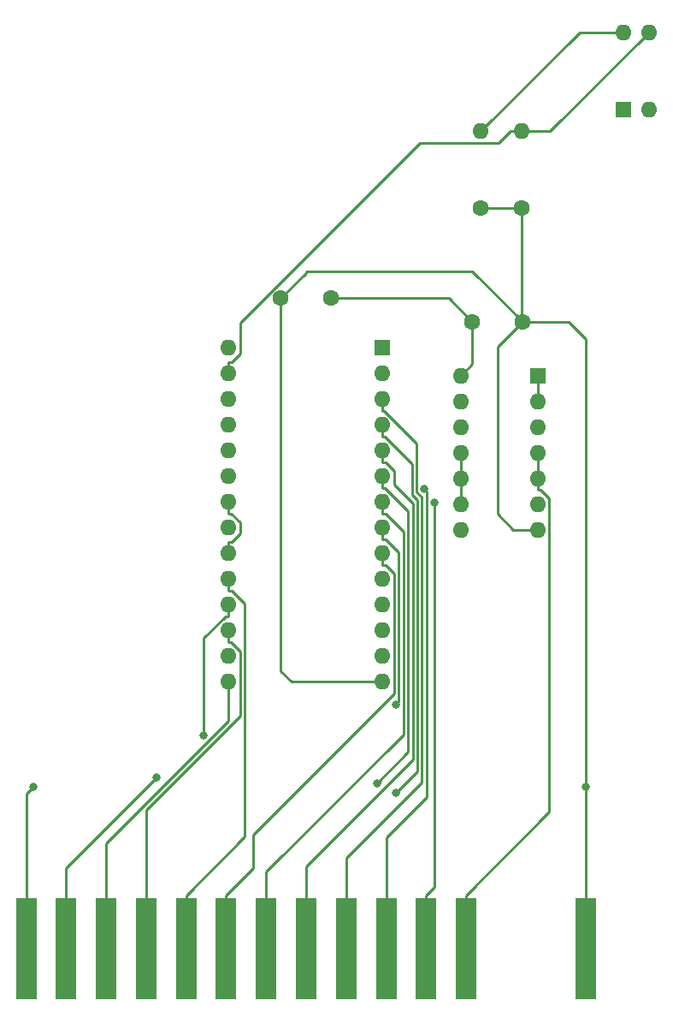
<source format=gbr>
G04 #@! TF.GenerationSoftware,KiCad,Pcbnew,7.0.10*
G04 #@! TF.CreationDate,2024-03-01T16:35:14+01:00*
G04 #@! TF.ProjectId,multicartridge-w27c512,6d756c74-6963-4617-9274-72696467652d,rev?*
G04 #@! TF.SameCoordinates,Original*
G04 #@! TF.FileFunction,Copper,L1,Top*
G04 #@! TF.FilePolarity,Positive*
%FSLAX46Y46*%
G04 Gerber Fmt 4.6, Leading zero omitted, Abs format (unit mm)*
G04 Created by KiCad (PCBNEW 7.0.10) date 2024-03-01 16:35:14*
%MOMM*%
%LPD*%
G01*
G04 APERTURE LIST*
G04 #@! TA.AperFunction,ComponentPad*
%ADD10R,1.600000X1.600000*%
G04 #@! TD*
G04 #@! TA.AperFunction,ComponentPad*
%ADD11O,1.600000X1.600000*%
G04 #@! TD*
G04 #@! TA.AperFunction,ComponentPad*
%ADD12C,1.600000*%
G04 #@! TD*
G04 #@! TA.AperFunction,SMDPad,CuDef*
%ADD13R,2.000000X10.000000*%
G04 #@! TD*
G04 #@! TA.AperFunction,ViaPad*
%ADD14C,0.800000*%
G04 #@! TD*
G04 #@! TA.AperFunction,Conductor*
%ADD15C,0.250000*%
G04 #@! TD*
G04 APERTURE END LIST*
D10*
X114607000Y-56145000D03*
D11*
X117147000Y-56145000D03*
X117147000Y-48525000D03*
X114607000Y-48525000D03*
D10*
X106147000Y-82477000D03*
D11*
X106147000Y-85017000D03*
X106147000Y-87557000D03*
X106147000Y-90097000D03*
X106147000Y-92637000D03*
X106147000Y-95177000D03*
X106147000Y-97717000D03*
X98527000Y-97717000D03*
X98527000Y-95177000D03*
X98527000Y-92637000D03*
X98527000Y-90097000D03*
X98527000Y-87557000D03*
X98527000Y-85017000D03*
X98527000Y-82477000D03*
D12*
X99647000Y-77143000D03*
X104647000Y-77143000D03*
X85685000Y-74785000D03*
X80685000Y-74785000D03*
D13*
X55465000Y-139192000D03*
X59425000Y-139192000D03*
X63385000Y-139192000D03*
X67345000Y-139192000D03*
X71305000Y-139192000D03*
X75265000Y-139192000D03*
X79225000Y-139192000D03*
X83185000Y-139192000D03*
X87145000Y-139192000D03*
X91105000Y-139192000D03*
X95065000Y-139192000D03*
X99025000Y-139192000D03*
X110905000Y-139192000D03*
D12*
X100457000Y-65955000D03*
D11*
X100457000Y-58335000D03*
D12*
X104507000Y-65955000D03*
D11*
X104507000Y-58335000D03*
D10*
X90747000Y-79745000D03*
D11*
X90747000Y-82285000D03*
X90747000Y-84825000D03*
X90747000Y-87365000D03*
X90747000Y-89905000D03*
X90747000Y-92445000D03*
X90747000Y-94985000D03*
X90747000Y-97525000D03*
X90747000Y-100065000D03*
X90747000Y-102605000D03*
X90747000Y-105145000D03*
X90747000Y-107685000D03*
X90747000Y-110225000D03*
X90747000Y-112765000D03*
X75507000Y-112765000D03*
X75507000Y-110225000D03*
X75507000Y-107685000D03*
X75507000Y-105145000D03*
X75507000Y-102605000D03*
X75507000Y-100065000D03*
X75507000Y-97525000D03*
X75507000Y-94985000D03*
X75507000Y-92445000D03*
X75507000Y-89905000D03*
X75507000Y-87365000D03*
X75507000Y-84825000D03*
X75507000Y-82285000D03*
X75507000Y-79745000D03*
D14*
X110905000Y-123145000D03*
X56147000Y-123145000D03*
X68336500Y-122252200D03*
X94876100Y-93696300D03*
X95866500Y-95064800D03*
X92057000Y-123771800D03*
X90189300Y-122797100D03*
X92088300Y-114982500D03*
X73055100Y-118064800D03*
D15*
X81767000Y-112765000D02*
X80685000Y-111683000D01*
X110905000Y-123145000D02*
X110905000Y-78903000D01*
X83147000Y-72145000D02*
X83147000Y-72323000D01*
X80685000Y-111683000D02*
X80685000Y-74785000D01*
X110905000Y-139192000D02*
X110905000Y-123145000D01*
X104647000Y-77143000D02*
X102147000Y-79643000D01*
X102147000Y-79643000D02*
X102147000Y-96145000D01*
X104507000Y-77003000D02*
X104647000Y-77143000D01*
X103719000Y-97717000D02*
X106147000Y-97717000D01*
X110905000Y-78903000D02*
X109145000Y-77143000D01*
X102147000Y-96145000D02*
X103719000Y-97717000D01*
X100457000Y-65955000D02*
X104507000Y-65955000D01*
X104507000Y-65955000D02*
X104507000Y-77003000D01*
X83147000Y-72323000D02*
X80685000Y-74785000D01*
X109145000Y-77143000D02*
X104647000Y-77143000D01*
X104507000Y-77003000D02*
X99649000Y-72145000D01*
X90747000Y-112765000D02*
X81767000Y-112765000D01*
X99649000Y-72145000D02*
X83147000Y-72145000D01*
X104647000Y-77143000D02*
X104507000Y-77003000D01*
X99647000Y-77143000D02*
X99647000Y-81357000D01*
X99647000Y-81357000D02*
X98527000Y-82477000D01*
X85685000Y-74785000D02*
X97289000Y-74785000D01*
X55465000Y-139192000D02*
X55465000Y-123827000D01*
X55465000Y-123827000D02*
X56147000Y-123145000D01*
X97289000Y-74785000D02*
X99647000Y-77143000D01*
X68336500Y-122252200D02*
X59425000Y-131163700D01*
X59425000Y-131163700D02*
X59425000Y-139192000D01*
X75507000Y-116638700D02*
X75507000Y-113890300D01*
X63385000Y-128760700D02*
X75507000Y-116638700D01*
X75507000Y-112765000D02*
X75507000Y-113890300D01*
X63385000Y-139192000D02*
X63385000Y-128760700D01*
X67345000Y-125437600D02*
X76632300Y-116150300D01*
X75507000Y-107685000D02*
X75507000Y-108810300D01*
X76632300Y-109742800D02*
X75699800Y-108810300D01*
X75699800Y-108810300D02*
X75507000Y-108810300D01*
X76632300Y-116150300D02*
X76632300Y-109742800D01*
X67345000Y-139192000D02*
X67345000Y-125437600D01*
X77096800Y-105038700D02*
X77096800Y-128074900D01*
X75788400Y-103730300D02*
X77096800Y-105038700D01*
X75507000Y-103730300D02*
X75788400Y-103730300D01*
X77096800Y-128074900D02*
X71305000Y-133866700D01*
X75507000Y-102605000D02*
X75507000Y-103730300D01*
X71305000Y-139192000D02*
X71305000Y-133866700D01*
X91885500Y-113915200D02*
X77899600Y-127901100D01*
X90747000Y-100065000D02*
X90747000Y-101190300D01*
X77899600Y-131232100D02*
X75265000Y-133866700D01*
X75265000Y-139192000D02*
X75265000Y-133866700D01*
X91885500Y-102047500D02*
X91885500Y-113915200D01*
X77899600Y-127901100D02*
X77899600Y-131232100D01*
X91028300Y-101190300D02*
X91885500Y-102047500D01*
X90747000Y-101190300D02*
X91028300Y-101190300D01*
X91028300Y-96110300D02*
X92818100Y-97900100D01*
X79225000Y-131549400D02*
X79225000Y-139192000D01*
X92818100Y-97900100D02*
X92818100Y-117956300D01*
X92818100Y-117956300D02*
X79225000Y-131549400D01*
X90747000Y-94985000D02*
X90747000Y-96110300D01*
X90747000Y-96110300D02*
X91028300Y-96110300D01*
X90747000Y-91030300D02*
X91028400Y-91030300D01*
X91872300Y-91874200D02*
X91872300Y-93241600D01*
X91872300Y-93241600D02*
X93742400Y-95111700D01*
X93742400Y-120458000D02*
X83185000Y-131015400D01*
X93742400Y-95111700D02*
X93742400Y-120458000D01*
X83185000Y-131015400D02*
X83185000Y-139192000D01*
X90747000Y-89905000D02*
X90747000Y-91030300D01*
X91028400Y-91030300D02*
X91872300Y-91874200D01*
X94150800Y-93996700D02*
X94643100Y-94489000D01*
X94643100Y-122703200D02*
X87145000Y-130201300D01*
X94150800Y-89171400D02*
X94150800Y-93996700D01*
X87145000Y-130201300D02*
X87145000Y-139192000D01*
X90747000Y-85950300D02*
X90929700Y-85950300D01*
X90929700Y-85950300D02*
X94150800Y-89171400D01*
X90747000Y-84825000D02*
X90747000Y-85950300D01*
X94643100Y-94489000D02*
X94643100Y-122703200D01*
X95093500Y-124138500D02*
X91105000Y-128127000D01*
X91105000Y-128127000D02*
X91105000Y-139192000D01*
X95093500Y-93913700D02*
X95093500Y-124138500D01*
X94876100Y-93696300D02*
X95093500Y-93913700D01*
X95866500Y-133065200D02*
X95065000Y-133866700D01*
X95866500Y-95064800D02*
X95866500Y-133065200D01*
X95065000Y-139192000D02*
X95065000Y-133866700D01*
X93700500Y-91247400D02*
X93700500Y-94303200D01*
X90747000Y-88490300D02*
X90943400Y-88490300D01*
X93700500Y-94303200D02*
X94192800Y-94795500D01*
X90747000Y-87365000D02*
X90747000Y-88490300D01*
X94192800Y-121636000D02*
X92057000Y-123771800D01*
X94192800Y-94795500D02*
X94192800Y-121636000D01*
X90943400Y-88490300D02*
X93700500Y-91247400D01*
X90747000Y-92445000D02*
X90747000Y-93570300D01*
X93272800Y-119713600D02*
X90189300Y-122797100D01*
X90747000Y-93570300D02*
X90983700Y-93570300D01*
X90983700Y-93570300D02*
X93272800Y-95859400D01*
X93272800Y-95859400D02*
X93272800Y-119713600D01*
X92335800Y-99957800D02*
X92335800Y-114735000D01*
X90747000Y-97525000D02*
X90747000Y-98650300D01*
X90747000Y-98650300D02*
X91028300Y-98650300D01*
X92335800Y-114735000D02*
X92088300Y-114982500D01*
X91028300Y-98650300D02*
X92335800Y-99957800D01*
X75507000Y-106270300D02*
X75225700Y-106270300D01*
X73055100Y-108440900D02*
X73055100Y-118064800D01*
X75225700Y-106270300D02*
X73055100Y-108440900D01*
X75507000Y-105145000D02*
X75507000Y-106270300D01*
X106428400Y-93762300D02*
X106147000Y-93762300D01*
X106147000Y-92637000D02*
X106147000Y-90097000D01*
X99025000Y-133866700D02*
X107272300Y-125619400D01*
X107272300Y-94606200D02*
X106428400Y-93762300D01*
X107272300Y-125619400D02*
X107272300Y-94606200D01*
X99025000Y-139192000D02*
X99025000Y-133866700D01*
X106147000Y-92637000D02*
X106147000Y-93762300D01*
X106147000Y-85017000D02*
X106147000Y-82477000D01*
X103381700Y-58335000D02*
X102256400Y-59460300D01*
X104507000Y-58335000D02*
X103381700Y-58335000D01*
X94416700Y-59460300D02*
X76632300Y-77244700D01*
X107337000Y-58335000D02*
X117147000Y-48525000D01*
X102256400Y-59460300D02*
X94416700Y-59460300D01*
X104507000Y-58335000D02*
X107337000Y-58335000D01*
X75507000Y-82285000D02*
X75507000Y-81159700D01*
X75788400Y-81159700D02*
X75507000Y-81159700D01*
X76632300Y-80315800D02*
X75788400Y-81159700D01*
X76632300Y-77244700D02*
X76632300Y-80315800D01*
X110267000Y-48525000D02*
X114607000Y-48525000D01*
X100457000Y-58335000D02*
X110267000Y-48525000D01*
X75507000Y-100065000D02*
X75507000Y-98939700D01*
X76632300Y-98095800D02*
X75788400Y-98939700D01*
X75744100Y-96110300D02*
X76632300Y-96998500D01*
X75788400Y-98939700D02*
X75507000Y-98939700D01*
X75507000Y-94985000D02*
X75507000Y-96110300D01*
X76632300Y-96998500D02*
X76632300Y-98095800D01*
X75507000Y-96110300D02*
X75744100Y-96110300D01*
X98527000Y-92637000D02*
X98527000Y-95177000D01*
X98527000Y-90097000D02*
X98527000Y-92637000D01*
M02*

</source>
